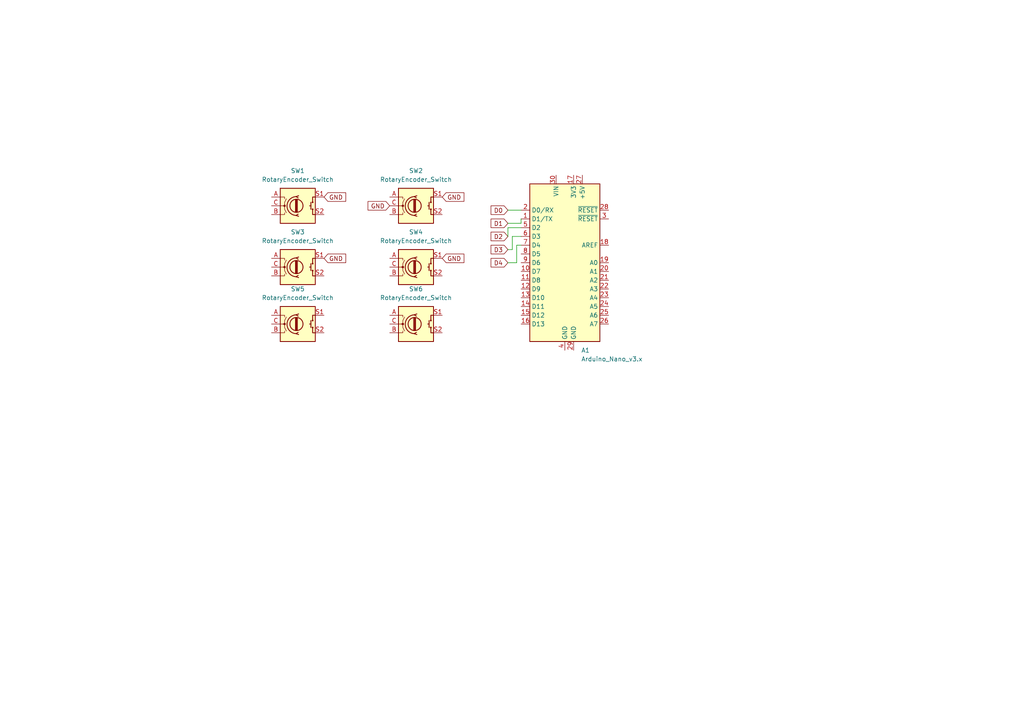
<source format=kicad_sch>
(kicad_sch (version 20231120) (generator "eeschema") (generator_version "8.0")
  (paper "A4")
  (lib_symbols
    (symbol "Device:RotaryEncoder_Switch" (pin_names (offset 0.254) hide)
      (property "Reference" "SW" (at 0 6.604 0))
      (property "Value" "RotaryEncoder_Switch" (at 0 -6.604 0))
      (symbol "RotaryEncoder_Switch_0_1"
        (rectangle (start -5.08 5.08) (end 5.08 -5.08) (stroke (width 0.254)) (fill (type background)))
        (circle (center -3.81 0) (radius 0.254) (fill (type outline)))
        (circle (center -0.381 0) (radius 1.905) (stroke (width 0.254)))
        (arc (start -0.381 2.667) (mid -3.0988 -0.0635) (end -0.381 -2.794) (stroke (width 0.254)))
        (polyline (pts (xy -0.635 -1.778) (xy -0.635 1.778)) (stroke (width 0.254)))
        (polyline (pts (xy -0.381 -1.778) (xy -0.381 1.778)) (stroke (width 0.254)))
        (polyline (pts (xy -0.127 1.778) (xy -0.127 -1.778)) (stroke (width 0.254)))
        (polyline (pts (xy 3.81 0) (xy 3.429 0)) (stroke (width 0.254)))
        (polyline (pts (xy 3.81 1.016) (xy 3.81 -1.016)) (stroke (width 0.254)))
        (polyline (pts (xy -5.08 -2.54) (xy -3.81 -2.54) (xy -3.81 -2.032)))
        (polyline (pts (xy -5.08 2.54) (xy -3.81 2.54) (xy -3.81 2.032)))
        (polyline (pts (xy 0.254 -3.048) (xy -0.508 -2.794) (xy 0.127 -2.413)) (stroke (width 0.254)))
        (polyline (pts (xy 0.254 2.921) (xy -0.508 2.667) (xy 0.127 2.286)) (stroke (width 0.254)))
        (polyline (pts (xy 5.08 -2.54) (xy 4.318 -2.54) (xy 4.318 -1.016)) (stroke (width 0.254)))
        (polyline (pts (xy 5.08 2.54) (xy 4.318 2.54) (xy 4.318 1.016)) (stroke (width 0.254)))
        (polyline (pts (xy -5.08 0) (xy -3.81 0) (xy -3.81 -1.016) (xy -3.302 -2.032)))
        (polyline (pts (xy -4.318 0) (xy -3.81 0) (xy -3.81 1.016) (xy -3.302 2.032)))
        (circle (center 4.318 -1.016) (radius 0.127) (stroke (width 0.254)))
        (circle (center 4.318 1.016) (radius 0.127) (stroke (width 0.254)))
      )
      (symbol "RotaryEncoder_Switch_1_1"
        (pin passive line (at -7.62 2.54 0) (length 2.54) (name "A") (number "A"))
        (pin passive line (at -7.62 -2.54 0) (length 2.54) (name "B") (number "B"))
        (pin passive line (at -7.62 0 0) (length 2.54) (name "C") (number "C"))
        (pin passive line (at 7.62 2.54 180) (length 2.54) (name "S1") (number "S1"))
        (pin passive line (at 7.62 -2.54 180) (length 2.54) (name "S2") (number "S2"))
      )
    )
    (symbol "MCU_Module:Arduino_Nano_v3.x"
      (property "Reference" "A" (at -10.16 23.495 0))
      (property "Value" "Arduino_Nano_v3.x" (at 5.08 -24.13 0))
      (symbol "Arduino_Nano_v3.x_0_1"
        (rectangle (start -10.16 22.86) (end 10.16 -22.86) (stroke (width 0.254)) (fill (type background)))
      )
      (symbol "Arduino_Nano_v3.x_1_1"
        (pin bidirectional line (at -12.7 12.7 0) (length 2.54) (name "D1/TX") (number "1"))
        (pin bidirectional line (at -12.7 -2.54 0) (length 2.54) (name "D7") (number "10"))
        (pin bidirectional line (at -12.7 -5.08 0) (length 2.54) (name "D8") (number "11"))
        (pin bidirectional line (at -12.7 -7.62 0) (length 2.54) (name "D9") (number "12"))
        (pin bidirectional line (at -12.7 -10.16 0) (length 2.54) (name "D10") (number "13"))
        (pin bidirectional line (at -12.7 -12.7 0) (length 2.54) (name "D11") (number "14"))
        (pin bidirectional line (at -12.7 -15.24 0) (length 2.54) (name "D12") (number "15"))
        (pin bidirectional line (at -12.7 -17.78 0) (length 2.54) (name "D13") (number "16"))
        (pin power_out line (at 2.54 25.4 270) (length 2.54) (name "3V3") (number "17"))
        (pin input line (at 12.7 5.08 180) (length 2.54) (name "AREF") (number "18"))
        (pin bidirectional line (at 12.7 0 180) (length 2.54) (name "A0") (number "19"))
        (pin bidirectional line (at -12.7 15.24 0) (length 2.54) (name "D0/RX") (number "2"))
        (pin bidirectional line (at 12.7 -2.54 180) (length 2.54) (name "A1") (number "20"))
        (pin bidirectional line (at 12.7 -5.08 180) (length 2.54) (name "A2") (number "21"))
        (pin bidirectional line (at 12.7 -7.62 180) (length 2.54) (name "A3") (number "22"))
        (pin bidirectional line (at 12.7 -10.16 180) (length 2.54) (name "A4") (number "23"))
        (pin bidirectional line (at 12.7 -12.7 180) (length 2.54) (name "A5") (number "24"))
        (pin bidirectional line (at 12.7 -15.24 180) (length 2.54) (name "A6") (number "25"))
        (pin bidirectional line (at 12.7 -17.78 180) (length 2.54) (name "A7") (number "26"))
        (pin power_out line (at 5.08 25.4 270) (length 2.54) (name "+5V") (number "27"))
        (pin input line (at 12.7 15.24 180) (length 2.54) (name "~{RESET}") (number "28"))
        (pin power_in line (at 2.54 -25.4 90) (length 2.54) (name "GND") (number "29"))
        (pin input line (at 12.7 12.7 180) (length 2.54) (name "~{RESET}") (number "3"))
        (pin power_in line (at -2.54 25.4 270) (length 2.54) (name "VIN") (number "30"))
        (pin power_in line (at 0 -25.4 90) (length 2.54) (name "GND") (number "4"))
        (pin bidirectional line (at -12.7 10.16 0) (length 2.54) (name "D2") (number "5"))
        (pin bidirectional line (at -12.7 7.62 0) (length 2.54) (name "D3") (number "6"))
        (pin bidirectional line (at -12.7 5.08 0) (length 2.54) (name "D4") (number "7"))
        (pin bidirectional line (at -12.7 2.54 0) (length 2.54) (name "D5") (number "8"))
        (pin bidirectional line (at -12.7 0 0) (length 2.54) (name "D6") (number "9"))
      )
    )
  )
  (wire (pts (xy 149.86 71.12) (xy 149.86 76.2)))
  (wire (pts (xy 151.13 66.04) (xy 147.32 66.04)))
  (wire (pts (xy 147.32 60.96) (xy 151.13 60.96)))
  (wire (pts (xy 149.86 76.2) (xy 147.32 76.2)))
  (wire (pts (xy 148.59 72.39) (xy 147.32 72.39)))
  (wire (pts (xy 151.13 68.58) (xy 148.59 68.58)))
  (wire (pts (xy 148.59 68.58) (xy 148.59 72.39)))
  (wire (pts (xy 147.32 66.04) (xy 147.32 68.58)))
  (wire (pts (xy 147.32 64.77) (xy 151.13 64.77)))
  (wire (pts (xy 151.13 64.77) (xy 151.13 63.5)))
  (wire (pts (xy 151.13 71.12) (xy 149.86 71.12)))
  (global_label "D2" (shape input) (at 147.32 68.58 180) (property "Intersheetrefs" "${INTERSHEET_REFS}" (effects (hide yes))))
  (global_label "GND" (shape input) (at 128.27 74.93 0) (property "Intersheetrefs" "${INTERSHEET_REFS}" (effects (hide yes))))
  (global_label "D0" (shape input) (at 147.32 60.96 180) (property "Intersheetrefs" "${INTERSHEET_REFS}" (effects (hide yes))))
  (global_label "GND" (shape input) (at 128.27 57.15 0) (property "Intersheetrefs" "${INTERSHEET_REFS}" (effects (hide yes))))
  (global_label "GND" (shape input) (at 93.98 74.93 0) (property "Intersheetrefs" "${INTERSHEET_REFS}" (effects (hide yes))))
  (global_label "GND" (shape input) (at 93.98 57.15 0) (property "Intersheetrefs" "${INTERSHEET_REFS}" (effects (hide yes))))
  (global_label "GND" (shape input) (at 113.03 59.69 180) (property "Intersheetrefs" "${INTERSHEET_REFS}" (effects (hide yes))))
  (global_label "D4" (shape input) (at 147.32 76.2 180) (property "Intersheetrefs" "${INTERSHEET_REFS}" (effects (hide yes))))
  (global_label "D1" (shape input) (at 147.32 64.77 180) (property "Intersheetrefs" "${INTERSHEET_REFS}" (effects (hide yes))))
  (global_label "D3" (shape input) (at 147.32 72.39 180) (property "Intersheetrefs" "${INTERSHEET_REFS}" (effects (hide yes))))
  (symbol (lib_id "Device:RotaryEncoder_Switch") (at 86.36 77.47 0) (unit 1)
    (property "Reference" "SW3" (at 86.36 67.31 0))
    (property "Value" "RotaryEncoder_Switch" (at 86.36 69.85 0))
    (property "Description" "Rotary encoder, dual channel, incremental quadrate outputs, with switch" (effects (hide yes)))
  )
  (symbol (lib_id "MCU_Module:Arduino_Nano_v3.x") (at 163.83 76.2 0) (unit 1)
    (property "Reference" "A1" (at 168.5641 101.6 0) (effects (justify left)))
    (property "Value" "Arduino_Nano_v3.x" (at 168.5641 104.14 0) (effects (justify left)))
    (property "Footprint" "Module:Arduino_Nano" (effects (hide yes)))
    (property "Datasheet" "http://www.mouser.com/pdfdocs/Gravitech_Arduino_Nano3_0.pdf" (effects (hide yes)))
    (property "Description" "Arduino Nano v3.x" (effects (hide yes)))
  )
  (symbol (lib_id "Device:RotaryEncoder_Switch") (at 86.36 59.69 0) (unit 1)
    (property "Reference" "SW1" (at 86.36 49.53 0))
    (property "Value" "RotaryEncoder_Switch" (at 86.36 52.07 0))
    (property "Description" "Rotary encoder, dual channel, incremental quadrate outputs, with switch" (effects (hide yes)))
  )
  (symbol (lib_id "Device:RotaryEncoder_Switch") (at 120.65 93.98 0) (unit 1)
    (property "Reference" "SW6" (at 120.65 83.82 0))
    (property "Value" "RotaryEncoder_Switch" (at 120.65 86.36 0))
    (property "Description" "Rotary encoder, dual channel, incremental quadrate outputs, with switch" (effects (hide yes)))
  )
  (symbol (lib_id "Device:RotaryEncoder_Switch") (at 120.65 59.69 0) (unit 1)
    (property "Reference" "SW2" (at 120.65 49.53 0))
    (property "Value" "RotaryEncoder_Switch" (at 120.65 52.07 0))
    (property "Description" "Rotary encoder, dual channel, incremental quadrate outputs, with switch" (effects (hide yes)))
  )
  (symbol (lib_id "Device:RotaryEncoder_Switch") (at 86.36 93.98 0) (unit 1)
    (property "Reference" "SW5" (at 86.36 83.82 0))
    (property "Value" "RotaryEncoder_Switch" (at 86.36 86.36 0))
    (property "Description" "Rotary encoder, dual channel, incremental quadrate outputs, with switch" (effects (hide yes)))
  )
  (symbol (lib_id "Device:RotaryEncoder_Switch") (at 120.65 77.47 0) (unit 1)
    (property "Reference" "SW4" (at 120.65 67.31 0))
    (property "Value" "RotaryEncoder_Switch" (at 120.65 69.85 0))
    (property "Description" "Rotary encoder, dual channel, incremental quadrate outputs, with switch" (effects (hide yes)))
  )
)
</source>
